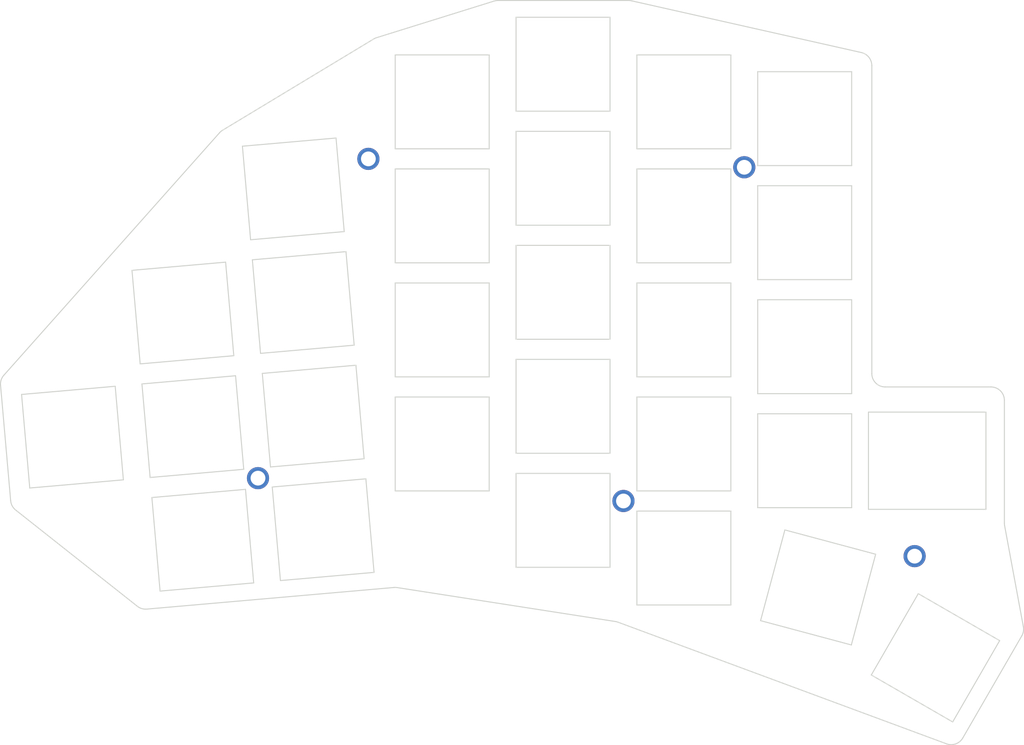
<source format=kicad_pcb>

            
(kicad_pcb (version 20171130) (host pcbnew 5.1.6)

  (page A3)
  (title_block
    (title switchplate)
    (rev v1.0.0)
    (company Unknown)
  )

  (general
    (thickness 1.6)
  )

  (layers
    (0 F.Cu signal)
    (31 B.Cu signal)
    (32 B.Adhes user)
    (33 F.Adhes user)
    (34 B.Paste user)
    (35 F.Paste user)
    (36 B.SilkS user)
    (37 F.SilkS user)
    (38 B.Mask user)
    (39 F.Mask user)
    (40 Dwgs.User user)
    (41 Cmts.User user)
    (42 Eco1.User user)
    (43 Eco2.User user)
    (44 Edge.Cuts user)
    (45 Margin user)
    (46 B.CrtYd user)
    (47 F.CrtYd user)
    (48 B.Fab user)
    (49 F.Fab user)
  )

  (setup
    (last_trace_width 0.25)
    (trace_clearance 0.2)
    (zone_clearance 0.508)
    (zone_45_only no)
    (trace_min 0.2)
    (via_size 0.8)
    (via_drill 0.4)
    (via_min_size 0.4)
    (via_min_drill 0.3)
    (uvia_size 0.3)
    (uvia_drill 0.1)
    (uvias_allowed no)
    (uvia_min_size 0.2)
    (uvia_min_drill 0.1)
    (edge_width 0.05)
    (segment_width 0.2)
    (pcb_text_width 0.3)
    (pcb_text_size 1.5 1.5)
    (mod_edge_width 0.12)
    (mod_text_size 1 1)
    (mod_text_width 0.15)
    (pad_size 1.524 1.524)
    (pad_drill 0.762)
    (pad_to_mask_clearance 0.05)
    (aux_axis_origin 0 0)
    (visible_elements FFFFFF7F)
    (pcbplotparams
      (layerselection 0x010fc_ffffffff)
      (usegerberextensions false)
      (usegerberattributes true)
      (usegerberadvancedattributes true)
      (creategerberjobfile true)
      (excludeedgelayer true)
      (linewidth 0.100000)
      (plotframeref false)
      (viasonmask false)
      (mode 1)
      (useauxorigin false)
      (hpglpennumber 1)
      (hpglpenspeed 20)
      (hpglpendiameter 15.000000)
      (psnegative false)
      (psa4output false)
      (plotreference true)
      (plotvalue true)
      (plotinvisibletext false)
      (padsonsilk false)
      (subtractmaskfromsilk false)
      (outputformat 1)
      (mirror false)
      (drillshape 1)
      (scaleselection 1)
      (outputdirectory ""))
  )

            (net 0 "")
            
  (net_class Default "This is the default net class."
    (clearance 0.2)
    (trace_width 0.25)
    (via_dia 0.8)
    (via_drill 0.4)
    (uvia_dia 0.3)
    (uvia_drill 0.1)
    (add_net "")
  )

            
    (module Hole (layer F.Cu) (tedit 5F7666C1)
      (at 104.0024766 69.7181452 0)
      (fp_text reference "_1" (at 0 0.5) (layer F.SilkS) hide
        (effects (font (size 1 1) (thickness 0.15)))
      )

      (pad "" thru_hole circle (at 0 0) (size 3.3 3.3) (drill 2.2) (layers *.Cu *.Mask) (tstamp 75b224f0-3010-4e8c-bf32-f95a770c96d9))
    )
    

    (module Hole (layer F.Cu) (tedit 5F7666C1)
      (at 160.0024765 70.9681452 0)
      (fp_text reference "_2" (at 0 0.5) (layer F.SilkS) hide
        (effects (font (size 1 1) (thickness 0.15)))
      )

      (pad "" thru_hole circle (at 0 0) (size 3.3 3.3) (drill 2.2) (layers *.Cu *.Mask) (tstamp 75b224f0-3010-4e8c-bf32-f95a770c96d9))
    )
    

    (module Hole (layer F.Cu) (tedit 5F7666C1)
      (at 87.5578817 117.3152477 5)
      (fp_text reference "_3" (at 0 0.5) (layer F.SilkS) hide
        (effects (font (size 1 1) (thickness 0.15)))
      )

      (pad "" thru_hole circle (at 0 0) (size 3.3 3.3) (drill 2.2) (layers *.Cu *.Mask) (tstamp 75b224f0-3010-4e8c-bf32-f95a770c96d9))
    )
    

    (module Hole (layer F.Cu) (tedit 5F7666C1)
      (at 142.0024766 120.7181453 0)
      (fp_text reference "_4" (at 0 0.5) (layer F.SilkS) hide
        (effects (font (size 1 1) (thickness 0.15)))
      )

      (pad "" thru_hole circle (at 0 0) (size 3.3 3.3) (drill 2.2) (layers *.Cu *.Mask) (tstamp 75b224f0-3010-4e8c-bf32-f95a770c96d9))
    )
    

    (module Hole (layer F.Cu) (tedit 5F7666C1)
      (at 185.3809789 128.9412725 22.5)
      (fp_text reference "_5" (at 0 0.5) (layer F.SilkS) hide
        (effects (font (size 1 1) (thickness 0.15)))
      )

      (pad "" thru_hole circle (at 0 0) (size 3.3 3.3) (drill 2.2) (layers *.Cu *.Mask) (tstamp 75b224f0-3010-4e8c-bf32-f95a770c96d9))
    )
    
            (gr_line (start 69.57551109421263 136.40919908643986) (end 51.4617919352737 122.07126054212605) (angle 90) (layer Edge.Cuts) (width 0.15))
(gr_line (start 50.710697336735315 120.67739233007023) (end 49.20501094410142 103.4673179508925) (angle 90) (layer Edge.Cuts) (width 0.15))
(gr_line (start 49.70265220243965 101.96419959427615) (end 81.82839327619561 65.82659954848668) (angle 90) (layer Edge.Cuts) (width 0.15))
(gr_line (start 82.28876378227513 65.44366383109192) (end 104.79482750657475 51.843624190335724) (angle 90) (layer Edge.Cuts) (width 0.15))
(gr_line (start 105.23410495083945 51.645954463587316) (end 122.71182110054527 46.198732899999996) (angle 90) (layer Edge.Cuts) (width 0.15))
(gr_line (start 123.30692130054526 46.1081453) (end 142.77998656161589 46.1081453) (angle 90) (layer Edge.Cuts) (width 0.15))
(gr_line (start 143.2195267616159 46.157041899999996) (end 177.44201669999998 53.86660828827905) (angle 90) (layer Edge.Cuts) (width 0.15))
(gr_line (start 179.0024765 55.817711688279054) (end 179.0024765 101.7181453) (angle 90) (layer Edge.Cuts) (width 0.15))
(gr_line (start 181.0024765 103.7181453) (end 196.7524766 103.7181453) (angle 90) (layer Edge.Cuts) (width 0.15))
(gr_line (start 198.7524766 105.7181453) (end 198.7524766 124.03422620266917) (angle 90) (layer Edge.Cuts) (width 0.15))
(gr_line (start 198.78601921793185 124.39897999934306) (end 201.5798643491806 139.46113601074512) (angle 90) (layer Edge.Cuts) (width 0.15))
(gr_line (start 201.3454577671124 140.82588980741883) (end 192.5584778613928 156.04538538270447) (angle 90) (layer Edge.Cuts) (width 0.15))
(gr_line (start 190.13157369397126 156.92079969477498) (end 141.19106693062298 138.78801926092302) (angle 90) (layer Edge.Cuts) (width 0.15))
(gr_line (start 140.80375017839538 138.687219675358) (end 108.29432625723022 133.6281327487387) (angle 90) (layer Edge.Cuts) (width 0.15))
(gr_line (start 107.81247824127668 133.61195723769183) (end 70.99111730511625 136.83340888230688) (angle 90) (layer Edge.Cuts) (width 0.15))
(gr_arc (start 52.70308674541773 120.5030809293107) (end 50.71069734541773 120.67739232931069) (angle -46.63657618833062) (layer Edge.Cuts) (width 0.15))
(gr_arc (start 51.19740035278383 103.29300655013293) (end 49.70265215278383 101.96419955013293) (angle -46.63657592093543) (layer Edge.Cuts) (width 0.15))
(gr_arc (start 83.32314142653983 67.15540650434349) (end 82.28876382653984 65.44366380434349) (angle -17.219550572509235) (layer Edge.Cuts) (width 0.15))
(gr_arc (start 105.82920515083947 53.55536686358731) (end 105.23410495083947 51.64595446358731) (angle -13.833355255348607) (layer Edge.Cuts) (width 0.15))
(gr_arc (start 123.30692130054526 48.1081453) (end 123.30692130054526 46.1081453) (angle -17.31051580173535) (layer Edge.Cuts) (width 0.15))
(gr_arc (start 142.77998656161589 48.1081453) (end 143.2195267616159 46.157041899999996) (angle -12.695530120298244) (layer Edge.Cuts) (width 0.15))
(gr_arc (start 177.0024765 55.817711688279054) (end 179.0024765 55.817711688279054) (angle -77.30446987970257) (layer Edge.Cuts) (width 0.15))
(gr_arc (start 181.0024765 101.7181453) (end 179.0024765 101.7181453) (angle -90) (layer Edge.Cuts) (width 0.15))
(gr_arc (start 196.7524766 105.7181453) (end 198.7524766 105.7181453) (angle -90) (layer Edge.Cuts) (width 0.15))
(gr_arc (start 200.7524766 124.03422620266917) (end 198.7524766 124.03422620266917) (angle -10.508238166377566) (layer Edge.Cuts) (width 0.15))
(gr_arc (start 199.6134069671124 139.8258898074189) (end 201.3454577671124 140.8258898074189) (angle -40.50823827478888) (layer Edge.Cuts) (width 0.15))
(gr_arc (start 190.8264270613928 155.04538538270447) (end 190.1315736613928 156.92079968270446) (angle -80.32999991007168) (layer Edge.Cuts) (width 0.15))
(gr_arc (start 140.49621356320142 140.66343357299354) (end 141.19106696320142 138.78801927299355) (angle -11.48463104873835) (layer Edge.Cuts) (width 0.15))
(gr_arc (start 107.98678964203629 135.6043466463742) (end 108.29432624203629 133.6281327463742) (angle -13.845366520280507) (layer Edge.Cuts) (width 0.15))
(gr_arc (start 70.81680590435664 134.84101947362447) (end 69.57551110435664 136.40919907362448) (angle -43.3634238116706) (layer Edge.Cuts) (width 0.15))
(gr_line (start 53.556528400000005 118.7842509) (end 67.5032542 117.5640705) (angle 90) (layer Edge.Cuts) (width 0.15))
(gr_line (start 67.5032542 117.5640705) (end 66.2830738 103.6173447) (angle 90) (layer Edge.Cuts) (width 0.15))
(gr_line (start 66.2830738 103.6173447) (end 52.336348 104.83752510000001) (angle 90) (layer Edge.Cuts) (width 0.15))
(gr_line (start 52.336348 104.83752510000001) (end 53.556528400000005 118.7842509) (angle 90) (layer Edge.Cuts) (width 0.15))
(gr_line (start 72.9696806 134.15075739999997) (end 86.9164064 132.930577) (angle 90) (layer Edge.Cuts) (width 0.15))
(gr_line (start 86.9164064 132.930577) (end 85.696226 118.98385119999999) (angle 90) (layer Edge.Cuts) (width 0.15))
(gr_line (start 85.696226 118.98385119999999) (end 71.7495002 120.2040316) (angle 90) (layer Edge.Cuts) (width 0.15))
(gr_line (start 71.7495002 120.2040316) (end 72.9696806 134.15075739999997) (angle 90) (layer Edge.Cuts) (width 0.15))
(gr_line (start 71.48803290000001 117.2154476) (end 85.4347587 115.9952672) (angle 90) (layer Edge.Cuts) (width 0.15))
(gr_line (start 85.4347587 115.9952672) (end 84.2145783 102.0485414) (angle 90) (layer Edge.Cuts) (width 0.15))
(gr_line (start 84.2145783 102.0485414) (end 70.2678525 103.26872180000001) (angle 90) (layer Edge.Cuts) (width 0.15))
(gr_line (start 70.2678525 103.26872180000001) (end 71.48803290000001 117.2154476) (angle 90) (layer Edge.Cuts) (width 0.15))
(gr_line (start 70.0063853 100.2801377) (end 83.9531111 99.0599573) (angle 90) (layer Edge.Cuts) (width 0.15))
(gr_line (start 83.9531111 99.0599573) (end 82.7329307 85.1132315) (angle 90) (layer Edge.Cuts) (width 0.15))
(gr_line (start 82.7329307 85.1132315) (end 68.7862049 86.3334119) (angle 90) (layer Edge.Cuts) (width 0.15))
(gr_line (start 68.7862049 86.3334119) (end 70.0063853 100.2801377) (angle 90) (layer Edge.Cuts) (width 0.15))
(gr_line (start 90.9011851 132.58195410000002) (end 104.8479109 131.36177370000001) (angle 90) (layer Edge.Cuts) (width 0.15))
(gr_line (start 104.8479109 131.36177370000001) (end 103.6277305 117.4150479) (angle 90) (layer Edge.Cuts) (width 0.15))
(gr_line (start 103.6277305 117.4150479) (end 89.6810047 118.63522830000001) (angle 90) (layer Edge.Cuts) (width 0.15))
(gr_line (start 89.6810047 118.63522830000001) (end 90.9011851 132.58195410000002) (angle 90) (layer Edge.Cuts) (width 0.15))
(gr_line (start 89.4195375 115.6466442) (end 103.3662633 114.4264638) (angle 90) (layer Edge.Cuts) (width 0.15))
(gr_line (start 103.3662633 114.4264638) (end 102.1460829 100.479738) (angle 90) (layer Edge.Cuts) (width 0.15))
(gr_line (start 102.1460829 100.479738) (end 88.1993571 101.6999184) (angle 90) (layer Edge.Cuts) (width 0.15))
(gr_line (start 88.1993571 101.6999184) (end 89.4195375 115.6466442) (angle 90) (layer Edge.Cuts) (width 0.15))
(gr_line (start 87.9378899 98.7113343) (end 101.8846157 97.4911539) (angle 90) (layer Edge.Cuts) (width 0.15))
(gr_line (start 101.8846157 97.4911539) (end 100.6644353 83.5444281) (angle 90) (layer Edge.Cuts) (width 0.15))
(gr_line (start 100.6644353 83.5444281) (end 86.7177095 84.76460850000001) (angle 90) (layer Edge.Cuts) (width 0.15))
(gr_line (start 86.7177095 84.76460850000001) (end 87.9378899 98.7113343) (angle 90) (layer Edge.Cuts) (width 0.15))
(gr_line (start 86.4562422 81.7760245) (end 100.402968 80.5558441) (angle 90) (layer Edge.Cuts) (width 0.15))
(gr_line (start 100.402968 80.5558441) (end 99.1827876 66.6091183) (angle 90) (layer Edge.Cuts) (width 0.15))
(gr_line (start 99.1827876 66.6091183) (end 85.2360618 67.82929870000001) (angle 90) (layer Edge.Cuts) (width 0.15))
(gr_line (start 85.2360618 67.82929870000001) (end 86.4562422 81.7760245) (angle 90) (layer Edge.Cuts) (width 0.15))
(gr_line (start 108.0024767 119.2181454) (end 122.0024767 119.2181454) (angle 90) (layer Edge.Cuts) (width 0.15))
(gr_line (start 122.0024767 119.2181454) (end 122.0024767 105.2181454) (angle 90) (layer Edge.Cuts) (width 0.15))
(gr_line (start 122.0024767 105.2181454) (end 108.0024767 105.2181454) (angle 90) (layer Edge.Cuts) (width 0.15))
(gr_line (start 108.0024767 105.2181454) (end 108.0024767 119.2181454) (angle 90) (layer Edge.Cuts) (width 0.15))
(gr_line (start 108.0024766 102.2181453) (end 122.0024766 102.2181453) (angle 90) (layer Edge.Cuts) (width 0.15))
(gr_line (start 122.0024766 102.2181453) (end 122.0024766 88.2181453) (angle 90) (layer Edge.Cuts) (width 0.15))
(gr_line (start 122.0024766 88.2181453) (end 108.0024766 88.2181453) (angle 90) (layer Edge.Cuts) (width 0.15))
(gr_line (start 108.0024766 88.2181453) (end 108.0024766 102.2181453) (angle 90) (layer Edge.Cuts) (width 0.15))
(gr_line (start 108.0024766 85.2181453) (end 122.0024766 85.2181453) (angle 90) (layer Edge.Cuts) (width 0.15))
(gr_line (start 122.0024766 85.2181453) (end 122.0024766 71.2181453) (angle 90) (layer Edge.Cuts) (width 0.15))
(gr_line (start 122.0024766 71.2181453) (end 108.0024766 71.2181453) (angle 90) (layer Edge.Cuts) (width 0.15))
(gr_line (start 108.0024766 71.2181453) (end 108.0024766 85.2181453) (angle 90) (layer Edge.Cuts) (width 0.15))
(gr_line (start 108.0024766 68.2181453) (end 122.0024766 68.2181453) (angle 90) (layer Edge.Cuts) (width 0.15))
(gr_line (start 122.0024766 68.2181453) (end 122.0024766 54.2181453) (angle 90) (layer Edge.Cuts) (width 0.15))
(gr_line (start 122.0024766 54.2181453) (end 108.0024766 54.2181453) (angle 90) (layer Edge.Cuts) (width 0.15))
(gr_line (start 108.0024766 54.2181453) (end 108.0024766 68.2181453) (angle 90) (layer Edge.Cuts) (width 0.15))
(gr_line (start 126.0024766 130.6081454) (end 140.0024766 130.6081454) (angle 90) (layer Edge.Cuts) (width 0.15))
(gr_line (start 140.0024766 130.6081454) (end 140.0024766 116.60814540000001) (angle 90) (layer Edge.Cuts) (width 0.15))
(gr_line (start 140.0024766 116.60814540000001) (end 126.0024766 116.60814540000001) (angle 90) (layer Edge.Cuts) (width 0.15))
(gr_line (start 126.0024766 116.60814540000001) (end 126.0024766 130.6081454) (angle 90) (layer Edge.Cuts) (width 0.15))
(gr_line (start 126.0024766 113.6081453) (end 140.0024766 113.6081453) (angle 90) (layer Edge.Cuts) (width 0.15))
(gr_line (start 140.0024766 113.6081453) (end 140.0024766 99.6081453) (angle 90) (layer Edge.Cuts) (width 0.15))
(gr_line (start 140.0024766 99.6081453) (end 126.0024766 99.6081453) (angle 90) (layer Edge.Cuts) (width 0.15))
(gr_line (start 126.0024766 99.6081453) (end 126.0024766 113.6081453) (angle 90) (layer Edge.Cuts) (width 0.15))
(gr_line (start 126.0024765 96.6081453) (end 140.0024765 96.6081453) (angle 90) (layer Edge.Cuts) (width 0.15))
(gr_line (start 140.0024765 96.6081453) (end 140.0024765 82.6081453) (angle 90) (layer Edge.Cuts) (width 0.15))
(gr_line (start 140.0024765 82.6081453) (end 126.0024765 82.6081453) (angle 90) (layer Edge.Cuts) (width 0.15))
(gr_line (start 126.0024765 82.6081453) (end 126.0024765 96.6081453) (angle 90) (layer Edge.Cuts) (width 0.15))
(gr_line (start 126.0024765 79.6081453) (end 140.0024765 79.6081453) (angle 90) (layer Edge.Cuts) (width 0.15))
(gr_line (start 140.0024765 79.6081453) (end 140.0024765 65.6081453) (angle 90) (layer Edge.Cuts) (width 0.15))
(gr_line (start 140.0024765 65.6081453) (end 126.0024765 65.6081453) (angle 90) (layer Edge.Cuts) (width 0.15))
(gr_line (start 126.0024765 65.6081453) (end 126.0024765 79.6081453) (angle 90) (layer Edge.Cuts) (width 0.15))
(gr_line (start 126.0024765 62.6081453) (end 140.0024765 62.6081453) (angle 90) (layer Edge.Cuts) (width 0.15))
(gr_line (start 140.0024765 62.6081453) (end 140.0024765 48.6081453) (angle 90) (layer Edge.Cuts) (width 0.15))
(gr_line (start 140.0024765 48.6081453) (end 126.0024765 48.6081453) (angle 90) (layer Edge.Cuts) (width 0.15))
(gr_line (start 126.0024765 48.6081453) (end 126.0024765 62.6081453) (angle 90) (layer Edge.Cuts) (width 0.15))
(gr_line (start 144.0024766 136.2181453) (end 158.0024766 136.2181453) (angle 90) (layer Edge.Cuts) (width 0.15))
(gr_line (start 158.0024766 136.2181453) (end 158.0024766 122.2181453) (angle 90) (layer Edge.Cuts) (width 0.15))
(gr_line (start 158.0024766 122.2181453) (end 144.0024766 122.2181453) (angle 90) (layer Edge.Cuts) (width 0.15))
(gr_line (start 144.0024766 122.2181453) (end 144.0024766 136.2181453) (angle 90) (layer Edge.Cuts) (width 0.15))
(gr_line (start 144.0024766 119.2181453) (end 158.0024766 119.2181453) (angle 90) (layer Edge.Cuts) (width 0.15))
(gr_line (start 158.0024766 119.2181453) (end 158.0024766 105.2181453) (angle 90) (layer Edge.Cuts) (width 0.15))
(gr_line (start 158.0024766 105.2181453) (end 144.0024766 105.2181453) (angle 90) (layer Edge.Cuts) (width 0.15))
(gr_line (start 144.0024766 105.2181453) (end 144.0024766 119.2181453) (angle 90) (layer Edge.Cuts) (width 0.15))
(gr_line (start 144.0024766 102.2181453) (end 158.0024766 102.2181453) (angle 90) (layer Edge.Cuts) (width 0.15))
(gr_line (start 158.0024766 102.2181453) (end 158.0024766 88.2181453) (angle 90) (layer Edge.Cuts) (width 0.15))
(gr_line (start 158.0024766 88.2181453) (end 144.0024766 88.2181453) (angle 90) (layer Edge.Cuts) (width 0.15))
(gr_line (start 144.0024766 88.2181453) (end 144.0024766 102.2181453) (angle 90) (layer Edge.Cuts) (width 0.15))
(gr_line (start 144.0024766 85.2181453) (end 158.0024766 85.2181453) (angle 90) (layer Edge.Cuts) (width 0.15))
(gr_line (start 158.0024766 85.2181453) (end 158.0024766 71.2181453) (angle 90) (layer Edge.Cuts) (width 0.15))
(gr_line (start 158.0024766 71.2181453) (end 144.0024766 71.2181453) (angle 90) (layer Edge.Cuts) (width 0.15))
(gr_line (start 144.0024766 71.2181453) (end 144.0024766 85.2181453) (angle 90) (layer Edge.Cuts) (width 0.15))
(gr_line (start 144.0024765 68.21814520000001) (end 158.0024765 68.21814520000001) (angle 90) (layer Edge.Cuts) (width 0.15))
(gr_line (start 158.0024765 68.21814520000001) (end 158.0024765 54.21814520000001) (angle 90) (layer Edge.Cuts) (width 0.15))
(gr_line (start 158.0024765 54.21814520000001) (end 144.0024765 54.21814520000001) (angle 90) (layer Edge.Cuts) (width 0.15))
(gr_line (start 144.0024765 54.21814520000001) (end 144.0024765 68.21814520000001) (angle 90) (layer Edge.Cuts) (width 0.15))
(gr_line (start 162.0024766 121.7181453) (end 176.0024766 121.7181453) (angle 90) (layer Edge.Cuts) (width 0.15))
(gr_line (start 176.0024766 121.7181453) (end 176.0024766 107.7181453) (angle 90) (layer Edge.Cuts) (width 0.15))
(gr_line (start 176.0024766 107.7181453) (end 162.0024766 107.7181453) (angle 90) (layer Edge.Cuts) (width 0.15))
(gr_line (start 162.0024766 107.7181453) (end 162.0024766 121.7181453) (angle 90) (layer Edge.Cuts) (width 0.15))
(gr_line (start 162.0024766 104.7181453) (end 176.0024766 104.7181453) (angle 90) (layer Edge.Cuts) (width 0.15))
(gr_line (start 176.0024766 104.7181453) (end 176.0024766 90.7181453) (angle 90) (layer Edge.Cuts) (width 0.15))
(gr_line (start 176.0024766 90.7181453) (end 162.0024766 90.7181453) (angle 90) (layer Edge.Cuts) (width 0.15))
(gr_line (start 162.0024766 90.7181453) (end 162.0024766 104.7181453) (angle 90) (layer Edge.Cuts) (width 0.15))
(gr_line (start 162.0024765 87.7181452) (end 176.0024765 87.7181452) (angle 90) (layer Edge.Cuts) (width 0.15))
(gr_line (start 176.0024765 87.7181452) (end 176.0024765 73.7181452) (angle 90) (layer Edge.Cuts) (width 0.15))
(gr_line (start 176.0024765 73.7181452) (end 162.0024765 73.7181452) (angle 90) (layer Edge.Cuts) (width 0.15))
(gr_line (start 162.0024765 73.7181452) (end 162.0024765 87.7181452) (angle 90) (layer Edge.Cuts) (width 0.15))
(gr_line (start 162.0024765 70.71814520000001) (end 176.0024765 70.71814520000001) (angle 90) (layer Edge.Cuts) (width 0.15))
(gr_line (start 176.0024765 70.71814520000001) (end 176.0024765 56.71814520000001) (angle 90) (layer Edge.Cuts) (width 0.15))
(gr_line (start 176.0024765 56.71814520000001) (end 162.0024765 56.71814520000001) (angle 90) (layer Edge.Cuts) (width 0.15))
(gr_line (start 162.0024765 56.71814520000001) (end 162.0024765 70.71814520000001) (angle 90) (layer Edge.Cuts) (width 0.15))
(gr_line (start 162.4292624 138.5578928) (end 175.952224 142.1813594) (angle 90) (layer Edge.Cuts) (width 0.15))
(gr_line (start 175.952224 142.1813594) (end 179.5756906 128.6583978) (angle 90) (layer Edge.Cuts) (width 0.15))
(gr_line (start 179.5756906 128.6583978) (end 166.052729 125.03493119999999) (angle 90) (layer Edge.Cuts) (width 0.15))
(gr_line (start 166.052729 125.03493119999999) (end 162.4292624 138.5578928) (angle 90) (layer Edge.Cuts) (width 0.15))
(gr_line (start 191.0493954 153.6591929) (end 198.0493954 141.5348373) (angle 90) (layer Edge.Cuts) (width 0.15))
(gr_line (start 198.0493954 141.5348373) (end 185.9250398 134.5348373) (angle 90) (layer Edge.Cuts) (width 0.15))
(gr_line (start 185.9250398 134.5348373) (end 178.9250398 146.6591929) (angle 90) (layer Edge.Cuts) (width 0.15))
(gr_line (start 178.9250398 146.6591929) (end 191.0493954 153.6591929) (angle 90) (layer Edge.Cuts) (width 0.15))
(gr_line (start 178.5024766 121.9681453) (end 196.0024766 121.9681453) (angle 90) (layer Edge.Cuts) (width 0.15))
(gr_line (start 196.0024766 121.9681453) (end 196.0024766 107.4681453) (angle 90) (layer Edge.Cuts) (width 0.15))
(gr_line (start 196.0024766 107.4681453) (end 178.5024766 107.4681453) (angle 90) (layer Edge.Cuts) (width 0.15))
(gr_line (start 178.5024766 107.4681453) (end 178.5024766 121.9681453) (angle 90) (layer Edge.Cuts) (width 0.15))
            
)

        
</source>
